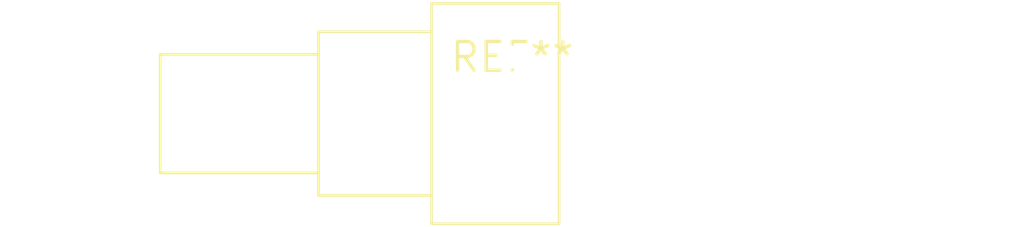
<source format=kicad_pcb>
(kicad_pcb (version 20240108) (generator pcbnew)
  (layers (0 "F.Cu" signal) (31 "B.Cu" signal) (34 "B.Paste" user) (35 "F.Paste" user) (36 "B.SilkS" user "B.Silkscreen") (37 "F.SilkS" user "F.Silkscreen") (38 "B.Mask" user) (39 "F.Mask" user) (44 "Edge.Cuts" user))
  (net 0 "")
  (footprint "Potentiometer_Alps_RK09Y11_Single_Horizontal" (layer "F.Cu") (at 0 0)
    (property "Reference" "REF**")
    (property "Value" "Potentiometer_Alps_RK09Y11_Single_Horizontal")
    (fp_line (start -15.57 5.12) (end -15.57 -0.12) (layer "F.SilkS") (stroke (width 0.12)))
    (fp_line (start -8.57 -0.12) (end -15.57 -0.12) (layer "F.SilkS") (stroke (width 0.12)))
    (fp_line (start -8.57 5.12) (end -15.57 5.12) (layer "F.SilkS") (stroke (width 0.12)))
    (fp_line (start -8.57 6.12) (end -8.57 -1.12) (layer "F.SilkS") (stroke (width 0.12)))
    (fp_line (start -3.57 -1.12) (end -8.57 -1.12) (layer "F.SilkS") (stroke (width 0.12)))
    (fp_line (start -3.57 6.12) (end -8.57 6.12) (layer "F.SilkS") (stroke (width 0.12)))
    (fp_line (start -3.57 7.37) (end -3.57 -2.37) (layer "F.SilkS") (stroke (width 0.12)))
    (fp_line (start 2.071 -2.37) (end -3.57 -2.37) (layer "F.SilkS") (stroke (width 0.12)))
    (fp_line (start 2.071 7.37) (end -3.57 7.37) (layer "F.SilkS") (stroke (width 0.12)))
    (fp_line (start 2.071 7.37) (end 2.071 -2.37) (layer "F.SilkS") (stroke (width 0.12)))
    (pad "1" thru_hole rect (at 0 0 180) (size 1.8 1.8) (drill 1) (layers *.Cu *.Mask) (remove_unused_layers))
    (pad "2" thru_hole circle (at 0 2.5 180) (size 1.8 1.8) (drill 1) (layers *.Cu *.Mask) (remove_unused_layers))
    (pad "3" thru_hole circle (at 0 5 180) (size 1.8 1.8) (drill 1) (layers *.Cu *.Mask) (remove_unused_layers))
  )
)
</source>
